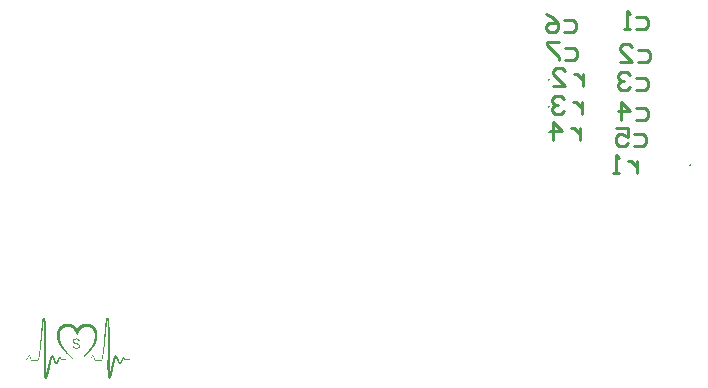
<source format=gbr>
%TF.GenerationSoftware,Altium Limited,Altium Designer,24.10.1 (45)*%
G04 Layer_Color=32896*
%FSLAX45Y45*%
%MOMM*%
%TF.SameCoordinates,5161A517-D4F4-47BB-AA9F-3B40E8EE5112*%
%TF.FilePolarity,Positive*%
%TF.FileFunction,Legend,Bot*%
%TF.Part,Single*%
G01*
G75*
%TA.AperFunction,NonConductor*%
%ADD59C,0.20000*%
%ADD60C,0.25400*%
G36*
X1369147Y3292583D02*
X1376317D01*
Y3291149D01*
X1383488D01*
Y3289715D01*
X1387790D01*
Y3288280D01*
X1392093D01*
Y3286846D01*
X1394961D01*
Y3285412D01*
X1397830D01*
Y3283978D01*
X1400698D01*
Y3282544D01*
X1403566D01*
Y3281110D01*
X1406434D01*
Y3279675D01*
X1409303D01*
Y3278241D01*
X1410737D01*
Y3276807D01*
X1413605D01*
Y3275373D01*
X1415039D01*
Y3273939D01*
X1416473D01*
Y3272505D01*
X1417908D01*
Y3271071D01*
X1420776D01*
Y3269637D01*
X1422210D01*
Y3268202D01*
X1423644D01*
Y3266768D01*
X1425078D01*
Y3265334D01*
X1426513D01*
Y3263900D01*
X1427947D01*
Y3261032D01*
X1429381D01*
Y3259597D01*
X1430815D01*
Y3258163D01*
X1432249D01*
Y3256729D01*
X1433683D01*
Y3253861D01*
X1435117D01*
Y3252427D01*
X1436552D01*
Y3249558D01*
X1437986D01*
Y3246690D01*
X1439420D01*
Y3243822D01*
X1440854D01*
Y3240953D01*
X1442288D01*
Y3238085D01*
X1443722D01*
Y3235217D01*
X1445156D01*
Y3230915D01*
X1446591D01*
Y3225178D01*
X1448025D01*
Y3219441D01*
X1449459D01*
Y3210836D01*
X1450893D01*
Y3177851D01*
X1449459D01*
Y3167812D01*
X1448025D01*
Y3160641D01*
X1446591D01*
Y3154905D01*
X1445156D01*
Y3149168D01*
X1443722D01*
Y3144865D01*
X1442288D01*
Y3140563D01*
X1440854D01*
Y3137695D01*
X1439420D01*
Y3133392D01*
X1437986D01*
Y3130524D01*
X1436552D01*
Y3126222D01*
X1435117D01*
Y3123353D01*
X1433683D01*
Y3120485D01*
X1432249D01*
Y3117617D01*
X1430815D01*
Y3116182D01*
X1429381D01*
Y3113314D01*
X1427947D01*
Y3110446D01*
X1426513D01*
Y3107577D01*
X1425078D01*
Y3106143D01*
X1423644D01*
Y3103275D01*
X1422210D01*
Y3101841D01*
X1420776D01*
Y3098973D01*
X1419342D01*
Y3097539D01*
X1417908D01*
Y3096104D01*
X1416473D01*
Y3093236D01*
X1415039D01*
Y3091802D01*
X1413605D01*
Y3090368D01*
X1412171D01*
Y3087500D01*
X1410737D01*
Y3086065D01*
X1409303D01*
Y3084631D01*
X1407869D01*
Y3081763D01*
X1406434D01*
Y3080329D01*
X1405000D01*
Y3078895D01*
X1403566D01*
Y3077460D01*
X1402132D01*
Y3074592D01*
X1400698D01*
Y3073158D01*
X1399264D01*
Y3071724D01*
X1397830D01*
Y3070290D01*
X1396395D01*
Y3068855D01*
X1394961D01*
Y3067421D01*
X1393527D01*
Y3064553D01*
X1392093D01*
Y3063119D01*
X1390659D01*
Y3061685D01*
X1389225D01*
Y3060251D01*
X1387790D01*
Y3058817D01*
X1386356D01*
Y3057382D01*
X1384922D01*
Y3055948D01*
X1383488D01*
Y3054514D01*
X1382054D01*
Y3053080D01*
X1380620D01*
Y3051646D01*
X1379185D01*
Y3050212D01*
X1377751D01*
Y3048777D01*
X1376317D01*
Y3047343D01*
X1374883D01*
Y3045909D01*
X1373449D01*
Y3044475D01*
X1372015D01*
Y3043041D01*
X1370581D01*
Y3041607D01*
X1369147D01*
Y3040172D01*
X1367712D01*
Y3038738D01*
X1366278D01*
Y3037304D01*
X1364844D01*
Y3035870D01*
X1363410D01*
Y3034436D01*
X1361976D01*
Y3033002D01*
X1360542D01*
Y3031568D01*
X1359108D01*
Y3030133D01*
X1357673D01*
Y3028699D01*
X1356239D01*
Y3027265D01*
X1354805D01*
Y3025831D01*
X1353371D01*
Y3024397D01*
X1351937D01*
Y3022963D01*
X1350503D01*
Y3021529D01*
X1347634D01*
Y3020095D01*
X1346200D01*
Y3018660D01*
X1344766D01*
Y3017226D01*
X1343332D01*
Y3015792D01*
X1341898D01*
Y3014358D01*
X1339029D01*
Y3012924D01*
X1337595D01*
Y3011490D01*
X1336161D01*
Y3010055D01*
X1334727D01*
Y3008621D01*
X1333293D01*
Y3007187D01*
X1330425D01*
Y3005753D01*
X1328990D01*
Y3004319D01*
X1327556D01*
Y3002885D01*
X1326122D01*
Y3001450D01*
X1323254D01*
Y3000016D01*
X1321820D01*
Y2998582D01*
X1320385D01*
Y2997148D01*
X1317517D01*
Y2995714D01*
X1316083D01*
Y2994280D01*
X1313215D01*
Y2995714D01*
X1314649D01*
Y2997148D01*
X1316083D01*
Y2998582D01*
X1317517D01*
Y3000016D01*
X1318951D01*
Y3001450D01*
X1320385D01*
Y3002885D01*
X1321820D01*
Y3004319D01*
X1323254D01*
Y3005753D01*
X1324688D01*
Y3007187D01*
X1326122D01*
Y3008621D01*
X1327556D01*
Y3010055D01*
X1328990D01*
Y3011490D01*
X1330425D01*
Y3012924D01*
X1331859D01*
Y3014358D01*
X1333293D01*
Y3015792D01*
X1334727D01*
Y3017226D01*
X1336161D01*
Y3018660D01*
X1337595D01*
Y3020095D01*
X1339029D01*
Y3022963D01*
X1340463D01*
Y3024397D01*
X1341898D01*
Y3025831D01*
X1343332D01*
Y3027265D01*
X1344766D01*
Y3028699D01*
X1346200D01*
Y3030133D01*
X1347634D01*
Y3031568D01*
X1349068D01*
Y3033002D01*
X1350503D01*
Y3034436D01*
X1351937D01*
Y3037304D01*
X1353371D01*
Y3038738D01*
X1354805D01*
Y3040172D01*
X1356239D01*
Y3041607D01*
X1357673D01*
Y3043041D01*
X1359108D01*
Y3045909D01*
X1360542D01*
Y3047343D01*
X1361976D01*
Y3048777D01*
X1363410D01*
Y3050212D01*
X1364844D01*
Y3053080D01*
X1367712D01*
Y3055948D01*
X1369147D01*
Y3057382D01*
X1370581D01*
Y3058817D01*
X1372015D01*
Y3061685D01*
X1373449D01*
Y3063119D01*
X1374883D01*
Y3064553D01*
X1376317D01*
Y3067421D01*
X1377751D01*
Y3068855D01*
X1379185D01*
Y3070290D01*
X1380620D01*
Y3073158D01*
X1382054D01*
Y3074592D01*
X1383488D01*
Y3076026D01*
X1384922D01*
Y3078895D01*
X1386356D01*
Y3080329D01*
X1387790D01*
Y3081763D01*
X1389225D01*
Y3084631D01*
X1390659D01*
Y3086065D01*
X1392093D01*
Y3088934D01*
X1393527D01*
Y3090368D01*
X1394961D01*
Y3093236D01*
X1396395D01*
Y3094670D01*
X1397830D01*
Y3097539D01*
X1399264D01*
Y3098973D01*
X1400698D01*
Y3101841D01*
X1402132D01*
Y3104709D01*
X1403566D01*
Y3106143D01*
X1405000D01*
Y3109012D01*
X1406434D01*
Y3111880D01*
X1407869D01*
Y3113314D01*
X1409303D01*
Y3116182D01*
X1410737D01*
Y3119051D01*
X1412171D01*
Y3121919D01*
X1413605D01*
Y3124788D01*
X1415039D01*
Y3129090D01*
X1416473D01*
Y3131958D01*
X1417908D01*
Y3136261D01*
X1419342D01*
Y3139129D01*
X1420776D01*
Y3144865D01*
X1422210D01*
Y3150602D01*
X1423644D01*
Y3156339D01*
X1425078D01*
Y3162075D01*
X1426513D01*
Y3170680D01*
X1427947D01*
Y3205100D01*
X1426513D01*
Y3210836D01*
X1425078D01*
Y3216573D01*
X1423644D01*
Y3220875D01*
X1422210D01*
Y3225178D01*
X1420776D01*
Y3228046D01*
X1419342D01*
Y3230915D01*
X1417908D01*
Y3233783D01*
X1416473D01*
Y3235217D01*
X1415039D01*
Y3238085D01*
X1413605D01*
Y3239519D01*
X1412171D01*
Y3240953D01*
X1410737D01*
Y3243822D01*
X1409303D01*
Y3245256D01*
X1407869D01*
Y3246690D01*
X1406434D01*
Y3248124D01*
X1405000D01*
Y3249558D01*
X1402132D01*
Y3250992D01*
X1400698D01*
Y3252427D01*
X1399264D01*
Y3253861D01*
X1397830D01*
Y3255295D01*
X1394961D01*
Y3256729D01*
X1392093D01*
Y3258163D01*
X1389225D01*
Y3259597D01*
X1386356D01*
Y3261032D01*
X1383488D01*
Y3262466D01*
X1377751D01*
Y3263900D01*
X1372015D01*
Y3265334D01*
X1346200D01*
Y3263900D01*
X1341898D01*
Y3262466D01*
X1337595D01*
Y3261032D01*
X1333293D01*
Y3259597D01*
X1330425D01*
Y3258163D01*
X1327556D01*
Y3256729D01*
X1324688D01*
Y3255295D01*
X1323254D01*
Y3253861D01*
X1320385D01*
Y3252427D01*
X1318951D01*
Y3250992D01*
X1316083D01*
Y3249558D01*
X1314649D01*
Y3248124D01*
X1313215D01*
Y3246690D01*
X1311780D01*
Y3245256D01*
X1310346D01*
Y3243822D01*
X1308912D01*
Y3242388D01*
X1307478D01*
Y3240953D01*
X1306044D01*
Y3238085D01*
X1304610D01*
Y3236651D01*
X1303176D01*
Y3235217D01*
X1301741D01*
Y3233783D01*
X1300307D01*
Y3230915D01*
X1298873D01*
Y3229480D01*
X1297439D01*
Y3228046D01*
X1296005D01*
Y3225178D01*
X1294571D01*
Y3223744D01*
X1293137D01*
Y3222310D01*
X1291703D01*
Y3219441D01*
X1290268D01*
Y3218007D01*
X1288834D01*
Y3215139D01*
X1287400D01*
Y3212270D01*
X1285966D01*
Y3210836D01*
X1284532D01*
Y3207968D01*
X1283098D01*
Y3205100D01*
X1281663D01*
Y3200797D01*
X1280229D01*
Y3196495D01*
X1278795D01*
Y3199363D01*
X1277361D01*
Y3203666D01*
X1275927D01*
Y3206534D01*
X1274493D01*
Y3209402D01*
X1273058D01*
Y3210836D01*
X1271624D01*
Y3213705D01*
X1270190D01*
Y3216573D01*
X1268756D01*
Y3218007D01*
X1267322D01*
Y3220875D01*
X1265888D01*
Y3222310D01*
X1264454D01*
Y3225178D01*
X1263019D01*
Y3226612D01*
X1261585D01*
Y3228046D01*
X1260151D01*
Y3230915D01*
X1258717D01*
Y3232349D01*
X1257283D01*
Y3233783D01*
X1255849D01*
Y3236651D01*
X1254415D01*
Y3238085D01*
X1252980D01*
Y3239519D01*
X1251546D01*
Y3240953D01*
X1250112D01*
Y3242388D01*
X1248678D01*
Y3243822D01*
X1247244D01*
Y3245256D01*
X1245810D01*
Y3246690D01*
X1244375D01*
Y3248124D01*
X1242941D01*
Y3249558D01*
X1241507D01*
Y3250992D01*
X1240073D01*
Y3252427D01*
X1237205D01*
Y3253861D01*
X1235771D01*
Y3255295D01*
X1232902D01*
Y3256729D01*
X1231468D01*
Y3258163D01*
X1228600D01*
Y3259597D01*
X1224297D01*
Y3261032D01*
X1221429D01*
Y3262466D01*
X1217127D01*
Y3263900D01*
X1211390D01*
Y3265334D01*
X1185575D01*
Y3263900D01*
X1179839D01*
Y3262466D01*
X1175536D01*
Y3261032D01*
X1172668D01*
Y3259597D01*
X1168365D01*
Y3258163D01*
X1165497D01*
Y3256729D01*
X1164063D01*
Y3255295D01*
X1161195D01*
Y3253861D01*
X1159761D01*
Y3252427D01*
X1156892D01*
Y3250992D01*
X1155458D01*
Y3249558D01*
X1154024D01*
Y3248124D01*
X1152590D01*
Y3246690D01*
X1151156D01*
Y3245256D01*
X1149722D01*
Y3243822D01*
X1148288D01*
Y3242388D01*
X1146853D01*
Y3240953D01*
X1145419D01*
Y3239519D01*
X1143985D01*
Y3236651D01*
X1142551D01*
Y3235217D01*
X1141117D01*
Y3232349D01*
X1139683D01*
Y3229480D01*
X1138248D01*
Y3226612D01*
X1136814D01*
Y3223744D01*
X1135380D01*
Y3219441D01*
X1133946D01*
Y3213705D01*
X1132512D01*
Y3207968D01*
X1131078D01*
Y3195061D01*
X1129643D01*
Y3182153D01*
X1131078D01*
Y3166378D01*
X1132512D01*
Y3159207D01*
X1133946D01*
Y3152036D01*
X1135380D01*
Y3147734D01*
X1136814D01*
Y3141997D01*
X1138248D01*
Y3137695D01*
X1139683D01*
Y3133392D01*
X1141117D01*
Y3130524D01*
X1142551D01*
Y3127656D01*
X1143985D01*
Y3123353D01*
X1145419D01*
Y3120485D01*
X1146853D01*
Y3117617D01*
X1148288D01*
Y3114748D01*
X1149722D01*
Y3113314D01*
X1151156D01*
Y3110446D01*
X1152590D01*
Y3107577D01*
X1154024D01*
Y3104709D01*
X1155458D01*
Y3103275D01*
X1156892D01*
Y3100407D01*
X1158327D01*
Y3098973D01*
X1159761D01*
Y3096104D01*
X1161195D01*
Y3093236D01*
X1162629D01*
Y3091802D01*
X1164063D01*
Y3090368D01*
X1165497D01*
Y3087500D01*
X1166931D01*
Y3084631D01*
X1168365D01*
Y3083197D01*
X1169800D01*
Y3081763D01*
X1171234D01*
Y3078895D01*
X1172668D01*
Y3077460D01*
X1174102D01*
Y3076026D01*
X1175536D01*
Y3073158D01*
X1176970D01*
Y3071724D01*
X1178405D01*
Y3070290D01*
X1179839D01*
Y3067421D01*
X1181273D01*
Y3065987D01*
X1182707D01*
Y3064553D01*
X1184141D01*
Y3061685D01*
X1185575D01*
Y3060251D01*
X1187010D01*
Y3058817D01*
X1188444D01*
Y3057382D01*
X1189878D01*
Y3054514D01*
X1191312D01*
Y3053080D01*
X1192746D01*
Y3051646D01*
X1194180D01*
Y3050212D01*
X1195614D01*
Y3047343D01*
X1197049D01*
Y3045909D01*
X1198483D01*
Y3044475D01*
X1199917D01*
Y3043041D01*
X1201351D01*
Y3041607D01*
X1202785D01*
Y3038738D01*
X1204219D01*
Y3037304D01*
X1205653D01*
Y3035870D01*
X1207088D01*
Y3034436D01*
X1208522D01*
Y3033002D01*
X1209956D01*
Y3031568D01*
X1211390D01*
Y3030133D01*
X1212824D01*
Y3028699D01*
X1214258D01*
Y3025831D01*
X1215693D01*
Y3024397D01*
X1217127D01*
Y3022963D01*
X1218561D01*
Y3021529D01*
X1219995D01*
Y3020095D01*
X1221429D01*
Y3018660D01*
X1222863D01*
Y3017226D01*
X1224297D01*
Y3015792D01*
X1225732D01*
Y3014358D01*
X1227166D01*
Y3012924D01*
X1228600D01*
Y3011490D01*
X1230034D01*
Y3010055D01*
X1231468D01*
Y3007187D01*
X1234336D01*
Y3004319D01*
X1235771D01*
Y3002885D01*
X1238639D01*
Y3000016D01*
X1241507D01*
Y2997148D01*
X1242941D01*
Y2995714D01*
X1245810D01*
Y2992846D01*
X1244375D01*
Y2994280D01*
X1241507D01*
Y2995714D01*
X1240073D01*
Y2997148D01*
X1237205D01*
Y2998582D01*
X1235771D01*
Y3000016D01*
X1234336D01*
Y3001450D01*
X1232902D01*
Y3002885D01*
X1231468D01*
Y3004319D01*
X1228600D01*
Y3005753D01*
X1227166D01*
Y3007187D01*
X1225732D01*
Y3008621D01*
X1222863D01*
Y3010055D01*
X1221429D01*
Y3011490D01*
X1219995D01*
Y3012924D01*
X1218561D01*
Y3014358D01*
X1217127D01*
Y3015792D01*
X1215693D01*
Y3017226D01*
X1212824D01*
Y3018660D01*
X1211390D01*
Y3020095D01*
X1209956D01*
Y3021529D01*
X1208522D01*
Y3022963D01*
X1207088D01*
Y3024397D01*
X1205653D01*
Y3025831D01*
X1204219D01*
Y3027265D01*
X1202785D01*
Y3028699D01*
X1201351D01*
Y3030133D01*
X1198483D01*
Y3031568D01*
X1197049D01*
Y3033002D01*
X1195614D01*
Y3034436D01*
X1194180D01*
Y3035870D01*
X1192746D01*
Y3037304D01*
X1191312D01*
Y3038738D01*
X1189878D01*
Y3040172D01*
X1188444D01*
Y3041607D01*
X1187010D01*
Y3043041D01*
X1185575D01*
Y3044475D01*
X1184141D01*
Y3045909D01*
X1182707D01*
Y3047343D01*
X1181273D01*
Y3048777D01*
X1179839D01*
Y3050212D01*
X1178405D01*
Y3051646D01*
X1176970D01*
Y3053080D01*
X1175536D01*
Y3054514D01*
X1174102D01*
Y3055948D01*
X1172668D01*
Y3057382D01*
X1171234D01*
Y3058817D01*
X1169800D01*
Y3061685D01*
X1168365D01*
Y3063119D01*
X1166931D01*
Y3064553D01*
X1165497D01*
Y3065987D01*
X1164063D01*
Y3067421D01*
X1162629D01*
Y3068855D01*
X1161195D01*
Y3070290D01*
X1159761D01*
Y3071724D01*
X1158327D01*
Y3074592D01*
X1156892D01*
Y3076026D01*
X1155458D01*
Y3077460D01*
X1154024D01*
Y3078895D01*
X1152590D01*
Y3080329D01*
X1151156D01*
Y3083197D01*
X1149722D01*
Y3084631D01*
X1148288D01*
Y3086065D01*
X1146853D01*
Y3088934D01*
X1145419D01*
Y3090368D01*
X1143985D01*
Y3091802D01*
X1142551D01*
Y3094670D01*
X1141117D01*
Y3096104D01*
X1139683D01*
Y3098973D01*
X1138248D01*
Y3100407D01*
X1136814D01*
Y3101841D01*
X1135380D01*
Y3104709D01*
X1133946D01*
Y3107577D01*
X1132512D01*
Y3109012D01*
X1131078D01*
Y3111880D01*
X1129643D01*
Y3113314D01*
X1128209D01*
Y3116182D01*
X1126775D01*
Y3119051D01*
X1125341D01*
Y3121919D01*
X1123907D01*
Y3124788D01*
X1122473D01*
Y3127656D01*
X1121039D01*
Y3131958D01*
X1119605D01*
Y3134826D01*
X1118170D01*
Y3139129D01*
X1116736D01*
Y3143431D01*
X1115302D01*
Y3147734D01*
X1113868D01*
Y3152036D01*
X1112434D01*
Y3157773D01*
X1111000D01*
Y3163510D01*
X1109565D01*
Y3170680D01*
X1108131D01*
Y3182153D01*
X1106697D01*
Y3206534D01*
X1108131D01*
Y3216573D01*
X1109565D01*
Y3223744D01*
X1111000D01*
Y3228046D01*
X1112434D01*
Y3232349D01*
X1113868D01*
Y3236651D01*
X1115302D01*
Y3239519D01*
X1116736D01*
Y3243822D01*
X1118170D01*
Y3245256D01*
X1119605D01*
Y3248124D01*
X1121039D01*
Y3250992D01*
X1122473D01*
Y3253861D01*
X1123907D01*
Y3255295D01*
X1125341D01*
Y3256729D01*
X1126775D01*
Y3259597D01*
X1128209D01*
Y3261032D01*
X1129643D01*
Y3262466D01*
X1131078D01*
Y3263900D01*
X1132512D01*
Y3265334D01*
X1133946D01*
Y3266768D01*
X1135380D01*
Y3268202D01*
X1136814D01*
Y3269637D01*
X1138248D01*
Y3271071D01*
X1139683D01*
Y3272505D01*
X1141117D01*
Y3273939D01*
X1142551D01*
Y3275373D01*
X1145419D01*
Y3276807D01*
X1146853D01*
Y3278241D01*
X1149722D01*
Y3279675D01*
X1151156D01*
Y3281110D01*
X1154024D01*
Y3282544D01*
X1156892D01*
Y3283978D01*
X1159761D01*
Y3285412D01*
X1162629D01*
Y3286846D01*
X1166931D01*
Y3288280D01*
X1171234D01*
Y3289715D01*
X1175536D01*
Y3291149D01*
X1181273D01*
Y3292583D01*
X1189878D01*
Y3294017D01*
X1211390D01*
Y3292583D01*
X1219995D01*
Y3291149D01*
X1225732D01*
Y3289715D01*
X1230034D01*
Y3288280D01*
X1234336D01*
Y3286846D01*
X1237205D01*
Y3285412D01*
X1240073D01*
Y3283978D01*
X1242941D01*
Y3282544D01*
X1245810D01*
Y3281110D01*
X1248678D01*
Y3279675D01*
X1251546D01*
Y3278241D01*
X1252980D01*
Y3276807D01*
X1255849D01*
Y3275373D01*
X1257283D01*
Y3273939D01*
X1258717D01*
Y3272505D01*
X1261585D01*
Y3271071D01*
X1263019D01*
Y3269637D01*
X1264454D01*
Y3268202D01*
X1265888D01*
Y3266768D01*
X1267322D01*
Y3265334D01*
X1268756D01*
Y3263900D01*
X1270190D01*
Y3262466D01*
X1271624D01*
Y3261032D01*
X1273058D01*
Y3259597D01*
X1274493D01*
Y3258163D01*
X1275927D01*
Y3255295D01*
X1277361D01*
Y3253861D01*
X1280229D01*
Y3255295D01*
X1281663D01*
Y3256729D01*
X1283098D01*
Y3259597D01*
X1284532D01*
Y3261032D01*
X1285966D01*
Y3262466D01*
X1287400D01*
Y3263900D01*
X1288834D01*
Y3265334D01*
X1290268D01*
Y3266768D01*
X1291703D01*
Y3268202D01*
X1294571D01*
Y3269637D01*
X1296005D01*
Y3271071D01*
X1297439D01*
Y3272505D01*
X1298873D01*
Y3273939D01*
X1300307D01*
Y3275373D01*
X1303176D01*
Y3276807D01*
X1304610D01*
Y3278241D01*
X1307478D01*
Y3279675D01*
X1308912D01*
Y3281110D01*
X1311780D01*
Y3282544D01*
X1314649D01*
Y3283978D01*
X1317517D01*
Y3285412D01*
X1320385D01*
Y3286846D01*
X1324688D01*
Y3288280D01*
X1328990D01*
Y3289715D01*
X1333293D01*
Y3291149D01*
X1339029D01*
Y3292583D01*
X1347634D01*
Y3294017D01*
X1369147D01*
Y3292583D01*
D02*
G37*
G36*
X1275927Y3166378D02*
X1283098D01*
Y3164944D01*
X1285966D01*
Y3163510D01*
X1288834D01*
Y3162075D01*
X1290268D01*
Y3160641D01*
X1293137D01*
Y3159207D01*
X1294571D01*
Y3156339D01*
X1296005D01*
Y3154905D01*
X1297439D01*
Y3153470D01*
X1298873D01*
Y3149168D01*
X1300307D01*
Y3143431D01*
X1290268D01*
Y3146300D01*
X1288834D01*
Y3150602D01*
X1287400D01*
Y3152036D01*
X1285966D01*
Y3154905D01*
X1283098D01*
Y3156339D01*
X1281663D01*
Y3157773D01*
X1277361D01*
Y3159207D01*
X1265888D01*
Y3157773D01*
X1261585D01*
Y3156339D01*
X1258717D01*
Y3154905D01*
X1257283D01*
Y3153470D01*
X1255849D01*
Y3152036D01*
X1254415D01*
Y3149168D01*
X1252980D01*
Y3140563D01*
X1254415D01*
Y3137695D01*
X1255849D01*
Y3136261D01*
X1257283D01*
Y3134826D01*
X1260151D01*
Y3133392D01*
X1263019D01*
Y3131958D01*
X1265888D01*
Y3130524D01*
X1270190D01*
Y3129090D01*
X1275927D01*
Y3127656D01*
X1280229D01*
Y3126222D01*
X1284532D01*
Y3124788D01*
X1287400D01*
Y3123353D01*
X1290268D01*
Y3121919D01*
X1293137D01*
Y3120485D01*
X1294571D01*
Y3119051D01*
X1296005D01*
Y3117617D01*
X1297439D01*
Y3116182D01*
X1298873D01*
Y3114748D01*
X1300307D01*
Y3110446D01*
X1301741D01*
Y3104709D01*
X1303176D01*
Y3101841D01*
X1301741D01*
Y3096104D01*
X1300307D01*
Y3093236D01*
X1298873D01*
Y3090368D01*
X1297439D01*
Y3088934D01*
X1296005D01*
Y3087500D01*
X1293137D01*
Y3086065D01*
X1291703D01*
Y3084631D01*
X1288834D01*
Y3083197D01*
X1285966D01*
Y3081763D01*
X1278795D01*
Y3080329D01*
X1265888D01*
Y3081763D01*
X1260151D01*
Y3083197D01*
X1255849D01*
Y3084631D01*
X1252980D01*
Y3086065D01*
X1250112D01*
Y3087500D01*
X1248678D01*
Y3088934D01*
X1247244D01*
Y3090368D01*
X1245810D01*
Y3091802D01*
X1244375D01*
Y3094670D01*
X1242941D01*
Y3097539D01*
X1241507D01*
Y3101841D01*
X1240073D01*
Y3104709D01*
X1251546D01*
Y3100407D01*
X1252980D01*
Y3097539D01*
X1254415D01*
Y3094670D01*
X1255849D01*
Y3093236D01*
X1258717D01*
Y3091802D01*
X1261585D01*
Y3090368D01*
X1264454D01*
Y3088934D01*
X1265888D01*
Y3090368D01*
X1267322D01*
Y3088934D01*
X1280229D01*
Y3090368D01*
X1283098D01*
Y3091802D01*
X1285966D01*
Y3093236D01*
X1287400D01*
Y3094670D01*
X1288834D01*
Y3096104D01*
X1290268D01*
Y3098973D01*
X1291703D01*
Y3107577D01*
X1290268D01*
Y3110446D01*
X1288834D01*
Y3111880D01*
X1287400D01*
Y3113314D01*
X1285966D01*
Y3114748D01*
X1283098D01*
Y3116182D01*
X1278795D01*
Y3117617D01*
X1274493D01*
Y3119051D01*
X1270190D01*
Y3120485D01*
X1265888D01*
Y3121919D01*
X1261585D01*
Y3123353D01*
X1257283D01*
Y3124788D01*
X1254415D01*
Y3126222D01*
X1251546D01*
Y3127656D01*
X1250112D01*
Y3129090D01*
X1248678D01*
Y3130524D01*
X1247244D01*
Y3131958D01*
X1245810D01*
Y3133392D01*
X1244375D01*
Y3136261D01*
X1242941D01*
Y3152036D01*
X1244375D01*
Y3154905D01*
X1245810D01*
Y3156339D01*
X1247244D01*
Y3159207D01*
X1250112D01*
Y3160641D01*
X1251546D01*
Y3162075D01*
X1252980D01*
Y3163510D01*
X1255849D01*
Y3164944D01*
X1258717D01*
Y3166378D01*
X1267322D01*
Y3167812D01*
X1275927D01*
Y3166378D01*
D02*
G37*
G36*
X1313215Y2992846D02*
X1311780D01*
Y2994280D01*
X1313215D01*
Y2992846D01*
D02*
G37*
G36*
X1546981Y3334173D02*
X1548415D01*
Y3321266D01*
X1549849D01*
Y3298320D01*
X1551283D01*
Y3262466D01*
X1552718D01*
Y3180719D01*
X1554152D01*
Y3012924D01*
X1555586D01*
Y2903928D01*
X1557020D01*
Y2883850D01*
X1558454D01*
Y2888153D01*
X1559888D01*
Y2895323D01*
X1561323D01*
Y2901060D01*
X1562757D01*
Y2908231D01*
X1564191D01*
Y2912533D01*
X1565625D01*
Y2918270D01*
X1567059D01*
Y2924006D01*
X1568493D01*
Y2931177D01*
X1569928D01*
Y2936914D01*
X1571362D01*
Y2944085D01*
X1572796D01*
Y2949821D01*
X1574230D01*
Y2955558D01*
X1575664D01*
Y2961294D01*
X1577098D01*
Y2967031D01*
X1578532D01*
Y2972767D01*
X1579967D01*
Y2978504D01*
X1581401D01*
Y2982807D01*
X1582835D01*
Y2988543D01*
X1584269D01*
Y2992846D01*
X1585703D01*
Y2998582D01*
X1587137D01*
Y3001450D01*
X1588571D01*
Y3007187D01*
X1590005D01*
Y3010055D01*
X1591440D01*
Y3012924D01*
X1592874D01*
Y3015792D01*
X1594308D01*
Y3018660D01*
X1595742D01*
Y3020095D01*
X1597176D01*
Y3021529D01*
X1598610D01*
Y3022963D01*
X1601479D01*
Y3024397D01*
X1610084D01*
Y3022963D01*
X1612952D01*
Y3021529D01*
X1614386D01*
Y3020095D01*
X1615820D01*
Y3018660D01*
X1617254D01*
Y3017226D01*
X1618689D01*
Y3015792D01*
X1620123D01*
Y3012924D01*
X1621557D01*
Y3010055D01*
X1622991D01*
Y3007187D01*
X1624425D01*
Y3004319D01*
X1625859D01*
Y3000016D01*
X1627293D01*
Y2995714D01*
X1628728D01*
Y2992846D01*
X1630162D01*
Y2988543D01*
X1631596D01*
Y2984241D01*
X1633030D01*
Y2979938D01*
X1634464D01*
Y2975636D01*
X1635898D01*
Y2971333D01*
X1637333D01*
Y2968465D01*
X1638767D01*
Y2965597D01*
X1640201D01*
Y2964163D01*
X1643069D01*
Y2967031D01*
X1644503D01*
Y2969899D01*
X1645937D01*
Y2972767D01*
X1647372D01*
Y2975636D01*
X1648806D01*
Y2978504D01*
X1650240D01*
Y2982807D01*
X1651674D01*
Y2985675D01*
X1653108D01*
Y2988543D01*
X1654542D01*
Y2992846D01*
X1655976D01*
Y2995714D01*
X1657411D01*
Y2998582D01*
X1658845D01*
Y3001450D01*
X1660279D01*
Y3002885D01*
X1661713D01*
Y3004319D01*
X1663147D01*
Y3005753D01*
X1664581D01*
Y3007187D01*
X1666015D01*
Y3008621D01*
X1676055D01*
Y3007187D01*
X1678923D01*
Y3005753D01*
X1680357D01*
Y3002885D01*
X1681791D01*
Y3000016D01*
X1683225D01*
Y2995714D01*
X1684659D01*
Y2992846D01*
X1686094D01*
Y2991412D01*
X1687528D01*
Y2989977D01*
X1721947D01*
Y2988543D01*
X1772143D01*
Y2987109D01*
X1789352D01*
Y2984241D01*
X1754933D01*
Y2982807D01*
X1714777D01*
Y2981372D01*
X1684659D01*
Y2982807D01*
X1681791D01*
Y2984241D01*
X1678923D01*
Y2987109D01*
X1677489D01*
Y2988543D01*
X1676055D01*
Y2991412D01*
X1674620D01*
Y2994280D01*
X1673186D01*
Y2997148D01*
X1670318D01*
Y2995714D01*
X1668884D01*
Y2992846D01*
X1667450D01*
Y2989977D01*
X1666015D01*
Y2987109D01*
X1664581D01*
Y2982807D01*
X1663147D01*
Y2978504D01*
X1661713D01*
Y2974202D01*
X1660279D01*
Y2971333D01*
X1658845D01*
Y2967031D01*
X1657411D01*
Y2964163D01*
X1655976D01*
Y2961294D01*
X1654542D01*
Y2958426D01*
X1653108D01*
Y2955558D01*
X1651674D01*
Y2954124D01*
X1650240D01*
Y2952690D01*
X1648806D01*
Y2951255D01*
X1647372D01*
Y2949821D01*
X1644503D01*
Y2948387D01*
X1637333D01*
Y2949821D01*
X1634464D01*
Y2951255D01*
X1633030D01*
Y2952690D01*
X1631596D01*
Y2954124D01*
X1630162D01*
Y2955558D01*
X1628728D01*
Y2956992D01*
X1627293D01*
Y2959860D01*
X1625859D01*
Y2962728D01*
X1624425D01*
Y2965597D01*
X1622991D01*
Y2969899D01*
X1621557D01*
Y2972767D01*
X1620123D01*
Y2975636D01*
X1618689D01*
Y2979938D01*
X1617254D01*
Y2984241D01*
X1615820D01*
Y2987109D01*
X1614386D01*
Y2991412D01*
X1612952D01*
Y2994280D01*
X1611518D01*
Y2997148D01*
X1610084D01*
Y3001450D01*
X1608650D01*
Y3002885D01*
X1607215D01*
Y3004319D01*
X1605781D01*
Y3001450D01*
X1604347D01*
Y2995714D01*
X1602913D01*
Y2991412D01*
X1601479D01*
Y2984241D01*
X1600045D01*
Y2979938D01*
X1598610D01*
Y2974202D01*
X1597176D01*
Y2968465D01*
X1595742D01*
Y2961294D01*
X1594308D01*
Y2955558D01*
X1592874D01*
Y2948387D01*
X1591440D01*
Y2942650D01*
X1590005D01*
Y2935480D01*
X1588571D01*
Y2929743D01*
X1587137D01*
Y2922572D01*
X1585703D01*
Y2915402D01*
X1584269D01*
Y2906797D01*
X1582835D01*
Y2901060D01*
X1581401D01*
Y2895323D01*
X1579967D01*
Y2888153D01*
X1578532D01*
Y2882416D01*
X1577098D01*
Y2876680D01*
X1575664D01*
Y2869509D01*
X1574230D01*
Y2863772D01*
X1572796D01*
Y2858035D01*
X1571362D01*
Y2853733D01*
X1569928D01*
Y2849431D01*
X1568493D01*
Y2845128D01*
X1567059D01*
Y2840826D01*
X1565625D01*
Y2837957D01*
X1564191D01*
Y2835089D01*
X1562757D01*
Y2832221D01*
X1561323D01*
Y2830787D01*
X1559888D01*
Y2829352D01*
X1558454D01*
Y2827918D01*
X1554152D01*
Y2826484D01*
X1548415D01*
Y2827918D01*
X1545547D01*
Y2829352D01*
X1544113D01*
Y2830787D01*
X1542679D01*
Y2832221D01*
X1541245D01*
Y2835089D01*
X1539810D01*
Y2842260D01*
X1538376D01*
Y2852299D01*
X1536942D01*
Y2898192D01*
X1535508D01*
Y2942650D01*
Y2944085D01*
Y2984241D01*
X1536942D01*
Y3141997D01*
X1538376D01*
Y3262466D01*
X1536942D01*
Y3315529D01*
X1535508D01*
Y3319832D01*
X1534074D01*
Y3312661D01*
X1532640D01*
Y3302622D01*
X1531205D01*
Y3292583D01*
X1529771D01*
Y3279675D01*
X1528337D01*
Y3268202D01*
X1526903D01*
Y3253861D01*
X1525469D01*
Y3240953D01*
X1524035D01*
Y3225178D01*
X1522600D01*
Y3209402D01*
X1521166D01*
Y3195061D01*
X1519732D01*
Y3182153D01*
X1518298D01*
Y3166378D01*
X1516864D01*
Y3152036D01*
X1515430D01*
Y3136261D01*
X1513996D01*
Y3121919D01*
X1512561D01*
Y3110446D01*
X1511127D01*
Y3097539D01*
X1509693D01*
Y3084631D01*
X1508259D01*
Y3073158D01*
X1506825D01*
Y3061685D01*
X1505391D01*
Y3050212D01*
X1503957D01*
Y3041607D01*
X1502523D01*
Y3033002D01*
X1501088D01*
Y3024397D01*
X1499654D01*
Y3015792D01*
X1498220D01*
Y3008621D01*
X1496786D01*
Y3002885D01*
X1495352D01*
Y2997148D01*
X1493918D01*
Y2992846D01*
X1492483D01*
Y2988543D01*
X1491049D01*
Y2984241D01*
X1489615D01*
Y2981372D01*
X1488181D01*
Y2979938D01*
X1486747D01*
Y2978504D01*
X1485313D01*
Y2977070D01*
X1483878D01*
Y2975636D01*
X1436552D01*
Y2977070D01*
X1432249D01*
Y2978504D01*
X1430815D01*
Y2979938D01*
X1429381D01*
Y2981372D01*
X1427947D01*
Y2982807D01*
X1426513D01*
Y2985675D01*
X1425078D01*
Y2988543D01*
X1423644D01*
Y2991412D01*
X1422210D01*
Y2995714D01*
X1420776D01*
Y3000016D01*
X1419342D01*
Y3004319D01*
X1417908D01*
Y3010055D01*
X1416473D01*
Y3014358D01*
X1415039D01*
Y3017226D01*
X1413605D01*
Y3020095D01*
X1409303D01*
Y3018660D01*
X1407869D01*
Y3015792D01*
X1406434D01*
Y3012924D01*
X1405000D01*
Y3010055D01*
X1403566D01*
Y3007187D01*
X1402132D01*
Y3002885D01*
X1400698D01*
Y3001450D01*
X1399264D01*
Y2998582D01*
X1397830D01*
Y2995714D01*
X1396395D01*
Y2994280D01*
X1394961D01*
Y2992846D01*
X1393527D01*
Y2991412D01*
X1392093D01*
Y2989977D01*
X1390659D01*
Y2988543D01*
X1387790D01*
Y2987109D01*
X1384922D01*
Y2985675D01*
X1382054D01*
Y2984241D01*
X1304610D01*
Y2987109D01*
X1307478D01*
Y2985675D01*
X1308912D01*
Y2987109D01*
X1374883D01*
Y2988543D01*
X1383488D01*
Y2989977D01*
X1386356D01*
Y2991412D01*
X1387790D01*
Y2992846D01*
X1389225D01*
Y2994280D01*
X1390659D01*
Y2995714D01*
X1392093D01*
Y2997148D01*
X1393527D01*
Y3000016D01*
X1394961D01*
Y3001450D01*
X1396395D01*
Y3004319D01*
X1397830D01*
Y3007187D01*
X1399264D01*
Y3011490D01*
X1400698D01*
Y3014358D01*
X1402132D01*
Y3017226D01*
X1403566D01*
Y3020095D01*
X1405000D01*
Y3022963D01*
X1406434D01*
Y3024397D01*
X1409303D01*
Y3025831D01*
X1413605D01*
Y3024397D01*
X1415039D01*
Y3022963D01*
X1416473D01*
Y3021529D01*
X1417908D01*
Y3020095D01*
X1419342D01*
Y3015792D01*
X1420776D01*
Y3011490D01*
X1422210D01*
Y3007187D01*
X1423644D01*
Y3002885D01*
X1425078D01*
Y2998582D01*
X1426513D01*
Y2995714D01*
X1427947D01*
Y2991412D01*
X1429381D01*
Y2988543D01*
X1430815D01*
Y2987109D01*
X1432249D01*
Y2984241D01*
X1433683D01*
Y2982807D01*
X1436552D01*
Y2981372D01*
X1481010D01*
Y2982807D01*
X1482444D01*
Y2985675D01*
X1483878D01*
Y2988543D01*
X1485313D01*
Y2992846D01*
X1486747D01*
Y2997148D01*
X1488181D01*
Y3002885D01*
X1489615D01*
Y3010055D01*
X1491049D01*
Y3017226D01*
X1492483D01*
Y3025831D01*
X1493918D01*
Y3037304D01*
X1495352D01*
Y3045909D01*
X1496786D01*
Y3057382D01*
X1498220D01*
Y3070290D01*
X1499654D01*
Y3086065D01*
X1501088D01*
Y3098973D01*
X1502523D01*
Y3117617D01*
X1503957D01*
Y3131958D01*
X1505391D01*
Y3149168D01*
X1506825D01*
Y3164944D01*
X1508259D01*
Y3185022D01*
X1509693D01*
Y3202232D01*
X1511127D01*
Y3220875D01*
X1512561D01*
Y3238085D01*
X1513996D01*
Y3252427D01*
X1515430D01*
Y3268202D01*
X1516864D01*
Y3285412D01*
X1518298D01*
Y3296885D01*
X1519732D01*
Y3311227D01*
X1521166D01*
Y3319832D01*
X1522600D01*
Y3328437D01*
X1524035D01*
Y3335608D01*
X1525469D01*
Y3339910D01*
X1546981D01*
Y3334173D01*
D02*
G37*
G36*
X1009175Y3328437D02*
X1010609D01*
Y3312661D01*
X1012043D01*
Y3285412D01*
X1013477D01*
Y3242388D01*
X1014912D01*
Y3143431D01*
X1016346D01*
Y2967031D01*
X1017780D01*
Y2886719D01*
X1019214D01*
Y2885284D01*
X1020648D01*
Y2891021D01*
X1022082D01*
Y2896757D01*
X1023516D01*
Y2903928D01*
X1024951D01*
Y2908231D01*
X1026385D01*
Y2915402D01*
X1027819D01*
Y2921138D01*
X1029253D01*
Y2928309D01*
X1030687D01*
Y2934045D01*
X1032121D01*
Y2939782D01*
X1033555D01*
Y2945519D01*
X1034990D01*
Y2951255D01*
X1036424D01*
Y2956992D01*
X1037858D01*
Y2964163D01*
X1039292D01*
Y2968465D01*
X1040726D01*
Y2975636D01*
X1042160D01*
Y2979938D01*
X1043595D01*
Y2985675D01*
X1045029D01*
Y2989977D01*
X1046463D01*
Y2995714D01*
X1047897D01*
Y3000016D01*
X1049331D01*
Y3004319D01*
X1050765D01*
Y3007187D01*
X1052199D01*
Y3011490D01*
X1053634D01*
Y3014358D01*
X1055068D01*
Y3017226D01*
X1056502D01*
Y3018660D01*
X1057936D01*
Y3020095D01*
X1059370D01*
Y3021529D01*
X1060804D01*
Y3022963D01*
X1062238D01*
Y3024397D01*
X1070843D01*
Y3022963D01*
X1073712D01*
Y3021529D01*
X1076580D01*
Y3020095D01*
X1078014D01*
Y3018660D01*
X1079448D01*
Y3015792D01*
X1080883D01*
Y3014358D01*
X1082317D01*
Y3011490D01*
X1083751D01*
Y3008621D01*
X1085185D01*
Y3005753D01*
X1086619D01*
Y3002885D01*
X1088053D01*
Y2998582D01*
X1089487D01*
Y2994280D01*
X1090921D01*
Y2991412D01*
X1092356D01*
Y2987109D01*
X1093790D01*
Y2982807D01*
X1095224D01*
Y2978504D01*
X1096658D01*
Y2974202D01*
X1098092D01*
Y2969899D01*
X1099526D01*
Y2967031D01*
X1100960D01*
Y2964163D01*
X1103829D01*
Y2965597D01*
X1105263D01*
Y2968465D01*
X1106697D01*
Y2969899D01*
X1108131D01*
Y2974202D01*
X1109565D01*
Y2977070D01*
X1111000D01*
Y2981372D01*
X1112434D01*
Y2984241D01*
X1113868D01*
Y2987109D01*
X1115302D01*
Y2991412D01*
X1116736D01*
Y2994280D01*
X1118170D01*
Y2997148D01*
X1119605D01*
Y3000016D01*
X1121039D01*
Y3001450D01*
X1122473D01*
Y3004319D01*
X1123907D01*
Y3005753D01*
X1125341D01*
Y3007187D01*
X1128209D01*
Y3008621D01*
X1138248D01*
Y3007187D01*
X1139683D01*
Y3005753D01*
X1141117D01*
Y3004319D01*
X1142551D01*
Y3001450D01*
X1143985D01*
Y2998582D01*
X1145419D01*
Y2994280D01*
X1146853D01*
Y2991412D01*
X1149722D01*
Y2989977D01*
X1185575D01*
Y2988543D01*
X1234336D01*
Y2987109D01*
X1252980D01*
Y2984241D01*
X1215693D01*
Y2982807D01*
X1175536D01*
Y2981372D01*
X1145419D01*
Y2982807D01*
X1142551D01*
Y2984241D01*
X1141117D01*
Y2985675D01*
X1139683D01*
Y2987109D01*
X1138248D01*
Y2989977D01*
X1136814D01*
Y2992846D01*
X1135380D01*
Y2997148D01*
X1131078D01*
Y2994280D01*
X1129643D01*
Y2991412D01*
X1128209D01*
Y2988543D01*
X1126775D01*
Y2984241D01*
X1125341D01*
Y2979938D01*
X1123907D01*
Y2977070D01*
X1122473D01*
Y2971333D01*
X1121039D01*
Y2968465D01*
X1119605D01*
Y2965597D01*
X1118170D01*
Y2962728D01*
X1116736D01*
Y2959860D01*
X1115302D01*
Y2956992D01*
X1113868D01*
Y2955558D01*
X1112434D01*
Y2954124D01*
X1111000D01*
Y2951255D01*
X1108131D01*
Y2949821D01*
X1105263D01*
Y2948387D01*
X1099526D01*
Y2949821D01*
X1096658D01*
Y2951255D01*
X1093790D01*
Y2952690D01*
X1092356D01*
Y2954124D01*
X1090921D01*
Y2956992D01*
X1089487D01*
Y2958426D01*
X1088053D01*
Y2961294D01*
X1086619D01*
Y2964163D01*
X1085185D01*
Y2967031D01*
X1083751D01*
Y2971333D01*
X1082317D01*
Y2975636D01*
X1080883D01*
Y2978504D01*
X1079448D01*
Y2982807D01*
X1078014D01*
Y2987109D01*
X1076580D01*
Y2989977D01*
X1075146D01*
Y2992846D01*
X1073712D01*
Y2995714D01*
X1072278D01*
Y3000016D01*
X1070843D01*
Y3002885D01*
X1069409D01*
Y3004319D01*
X1067975D01*
Y3001450D01*
X1066541D01*
Y2998582D01*
X1065107D01*
Y2992846D01*
X1063673D01*
Y2988543D01*
X1062238D01*
Y2982807D01*
X1060804D01*
Y2977070D01*
X1059370D01*
Y2969899D01*
X1057936D01*
Y2964163D01*
X1056502D01*
Y2958426D01*
X1055068D01*
Y2952690D01*
X1053634D01*
Y2945519D01*
X1052199D01*
Y2938348D01*
X1050765D01*
Y2931177D01*
X1049331D01*
Y2925441D01*
X1047897D01*
Y2918270D01*
X1046463D01*
Y2911099D01*
X1045029D01*
Y2903928D01*
X1043595D01*
Y2896757D01*
X1042160D01*
Y2889587D01*
X1040726D01*
Y2885284D01*
X1039292D01*
Y2878114D01*
X1037858D01*
Y2872377D01*
X1036424D01*
Y2866640D01*
X1034990D01*
Y2860904D01*
X1033555D01*
Y2855167D01*
X1032121D01*
Y2850865D01*
X1030687D01*
Y2846562D01*
X1029253D01*
Y2842260D01*
X1027819D01*
Y2839392D01*
X1026385D01*
Y2835089D01*
X1024951D01*
Y2833655D01*
X1023516D01*
Y2832221D01*
X1022082D01*
Y2830787D01*
X1020648D01*
Y2829352D01*
X1019214D01*
Y2827918D01*
X1016346D01*
Y2826484D01*
X1009175D01*
Y2827918D01*
X1006307D01*
Y2829352D01*
X1004873D01*
Y2830787D01*
X1003438D01*
Y2833655D01*
X1002004D01*
Y2839392D01*
X1000570D01*
Y2849431D01*
X999136D01*
Y2872377D01*
X997702D01*
Y3035870D01*
X999136D01*
Y3179285D01*
X1000570D01*
Y3236651D01*
X999136D01*
Y3305490D01*
X997702D01*
Y3319832D01*
X996268D01*
Y3316963D01*
X994833D01*
Y3308359D01*
X993399D01*
Y3296885D01*
X991965D01*
Y3283978D01*
X990531D01*
Y3272505D01*
X989097D01*
Y3261032D01*
X987663D01*
Y3245256D01*
X986229D01*
Y3230915D01*
X984794D01*
Y3216573D01*
X983360D01*
Y3199363D01*
X981926D01*
Y3186456D01*
X980492D01*
Y3172114D01*
X979058D01*
Y3157773D01*
X977624D01*
Y3141997D01*
X976190D01*
Y3129090D01*
X974755D01*
Y3114748D01*
X973321D01*
Y3101841D01*
X971887D01*
Y3088934D01*
X970453D01*
Y3078895D01*
X969019D01*
Y3065987D01*
X967585D01*
Y3055948D01*
X966150D01*
Y3044475D01*
X964716D01*
Y3034436D01*
X963282D01*
Y3027265D01*
X961848D01*
Y3018660D01*
X960414D01*
Y3011490D01*
X958980D01*
Y3005753D01*
X957545D01*
Y2998582D01*
X956111D01*
Y2994280D01*
X954677D01*
Y2989977D01*
X953243D01*
Y2985675D01*
X951809D01*
Y2982807D01*
X950375D01*
Y2979938D01*
X948941D01*
Y2978504D01*
X947507D01*
Y2977070D01*
X946072D01*
Y2975636D01*
X897311D01*
Y2977070D01*
X894443D01*
Y2978504D01*
X893009D01*
Y2979938D01*
X891575D01*
Y2981372D01*
X890140D01*
Y2982807D01*
X888706D01*
Y2984241D01*
X887272D01*
Y2987109D01*
X885838D01*
Y2989977D01*
X884404D01*
Y2992846D01*
X882970D01*
Y2997148D01*
X881536D01*
Y3002885D01*
X880101D01*
Y3008621D01*
X878667D01*
Y3012924D01*
X877233D01*
Y3015792D01*
X875799D01*
Y3018660D01*
X874365D01*
Y3020095D01*
X871497D01*
Y3018660D01*
X870063D01*
Y3017226D01*
X868628D01*
Y3014358D01*
X867194D01*
Y3011490D01*
X865760D01*
Y3008621D01*
X864326D01*
Y3004319D01*
X862892D01*
Y3001450D01*
X861458D01*
Y3000016D01*
X860023D01*
Y2997148D01*
X858589D01*
Y2995714D01*
X857155D01*
Y2992846D01*
X855721D01*
Y2991412D01*
X852853D01*
Y2989977D01*
X851418D01*
Y2988543D01*
X849984D01*
Y2987109D01*
X847116D01*
Y2985675D01*
X842814D01*
Y2984241D01*
X768238D01*
Y2985675D01*
X769672D01*
Y2987109D01*
X835643D01*
Y2988543D01*
X844248D01*
Y2989977D01*
X847116D01*
Y2991412D01*
X849984D01*
Y2992846D01*
X851418D01*
Y2994280D01*
X852853D01*
Y2995714D01*
X854287D01*
Y2998582D01*
X855721D01*
Y3000016D01*
X857155D01*
Y3002885D01*
X858589D01*
Y3005753D01*
X860023D01*
Y3008621D01*
X861458D01*
Y3011490D01*
X862892D01*
Y3015792D01*
X864326D01*
Y3018660D01*
X865760D01*
Y3021529D01*
X867194D01*
Y3022963D01*
X868628D01*
Y3024397D01*
X871497D01*
Y3025831D01*
X874365D01*
Y3024397D01*
X877233D01*
Y3022963D01*
X878667D01*
Y3021529D01*
X880101D01*
Y3018660D01*
X881536D01*
Y3014358D01*
X882970D01*
Y3010055D01*
X884404D01*
Y3007187D01*
X885838D01*
Y3001450D01*
X887272D01*
Y2997148D01*
X888706D01*
Y2992846D01*
X890140D01*
Y2989977D01*
X891575D01*
Y2987109D01*
X893009D01*
Y2985675D01*
X894443D01*
Y2984241D01*
X895877D01*
Y2982807D01*
X898745D01*
Y2981372D01*
X941770D01*
Y2982807D01*
X943204D01*
Y2984241D01*
X944638D01*
Y2987109D01*
X946072D01*
Y2989977D01*
X947507D01*
Y2994280D01*
X948941D01*
Y2998582D01*
X950375D01*
Y3005753D01*
X951809D01*
Y3012924D01*
X953243D01*
Y3020095D01*
X954677D01*
Y3028699D01*
X956111D01*
Y3038738D01*
X957545D01*
Y3050212D01*
X958980D01*
Y3063119D01*
X960414D01*
Y3077460D01*
X961848D01*
Y3090368D01*
X963282D01*
Y3103275D01*
X964716D01*
Y3121919D01*
X966150D01*
Y3137695D01*
X967585D01*
Y3156339D01*
X969019D01*
Y3174983D01*
X970453D01*
Y3190758D01*
X971887D01*
Y3207968D01*
X973321D01*
Y3225178D01*
X974755D01*
Y3242388D01*
X976190D01*
Y3259597D01*
X977624D01*
Y3276807D01*
X979058D01*
Y3289715D01*
X980492D01*
Y3302622D01*
X981926D01*
Y3312661D01*
X983360D01*
Y3324134D01*
X984794D01*
Y3331305D01*
X986229D01*
Y3339910D01*
X1009175D01*
Y3328437D01*
D02*
G37*
D59*
X6468600Y4635500D02*
G03*
X6468600Y4635500I-5000J0D01*
G01*
X5274800Y4914900D02*
G03*
X5274800Y4914900I-5000J0D01*
G01*
Y5130800D02*
G03*
X5274800Y5130800I-5000J0D01*
G01*
Y5359400D02*
G03*
X5274800Y5359400I-5000J0D01*
G01*
D60*
X5537159Y4952992D02*
Y4851425D01*
Y4902208D01*
X5511767Y4927600D01*
X5486375Y4952992D01*
X5460983D01*
X5308633Y4851425D02*
Y5003775D01*
X5384808Y4927600D01*
X5283241D01*
X5549859Y5168892D02*
Y5067325D01*
Y5118108D01*
X5524467Y5143500D01*
X5499075Y5168892D01*
X5473683D01*
X5397508Y5194283D02*
X5372116Y5219675D01*
X5321333D01*
X5295941Y5194283D01*
Y5168892D01*
X5321333Y5143500D01*
X5346725D01*
X5321333D01*
X5295941Y5118108D01*
Y5092717D01*
X5321333Y5067325D01*
X5372116D01*
X5397508Y5092717D01*
X5562559Y5410192D02*
Y5308625D01*
Y5359408D01*
X5537167Y5384800D01*
X5511775Y5410192D01*
X5486383D01*
X5308641Y5308625D02*
X5410208D01*
X5308641Y5410192D01*
Y5435583D01*
X5334033Y5460975D01*
X5384816D01*
X5410208Y5435583D01*
X6019767Y4673592D02*
Y4572025D01*
Y4622808D01*
X5994375Y4648200D01*
X5968983Y4673592D01*
X5943592D01*
X5867416Y4572025D02*
X5816633D01*
X5842024D01*
Y4724375D01*
X5867416Y4698983D01*
X5406392Y5626092D02*
X5482567D01*
X5507959Y5600700D01*
Y5549917D01*
X5482567Y5524525D01*
X5406392D01*
X5355608Y5676875D02*
X5254041D01*
Y5651483D01*
X5355608Y5549917D01*
Y5524525D01*
X5397492Y5867392D02*
X5473667D01*
X5499059Y5842000D01*
Y5791217D01*
X5473667Y5765825D01*
X5397492D01*
X5245141Y5918175D02*
X5295925Y5892783D01*
X5346708Y5842000D01*
Y5791217D01*
X5321316Y5765825D01*
X5270533D01*
X5245141Y5791217D01*
Y5816608D01*
X5270533Y5842000D01*
X5346708D01*
X5994392Y4902192D02*
X6070567D01*
X6095959Y4876800D01*
Y4826017D01*
X6070567Y4800625D01*
X5994392D01*
X5842041Y4952975D02*
X5943608D01*
Y4876800D01*
X5892825Y4902192D01*
X5867433D01*
X5842041Y4876800D01*
Y4826017D01*
X5867433Y4800625D01*
X5918216D01*
X5943608Y4826017D01*
X6007092Y5118092D02*
X6083267D01*
X6108659Y5092700D01*
Y5041917D01*
X6083267Y5016525D01*
X6007092D01*
X5880133D02*
Y5168875D01*
X5956308Y5092700D01*
X5854741D01*
X6007092Y5372092D02*
X6083267D01*
X6108659Y5346700D01*
Y5295917D01*
X6083267Y5270525D01*
X6007092D01*
X5956308Y5397483D02*
X5930916Y5422875D01*
X5880133D01*
X5854741Y5397483D01*
Y5372092D01*
X5880133Y5346700D01*
X5905525D01*
X5880133D01*
X5854741Y5321308D01*
Y5295917D01*
X5880133Y5270525D01*
X5930916D01*
X5956308Y5295917D01*
X6028692Y5613392D02*
X6104867D01*
X6130259Y5588000D01*
Y5537217D01*
X6104867Y5511825D01*
X6028692D01*
X5876341D02*
X5977908D01*
X5876341Y5613392D01*
Y5638783D01*
X5901733Y5664175D01*
X5952516D01*
X5977908Y5638783D01*
X6007100Y5892792D02*
X6083275D01*
X6108667Y5867400D01*
Y5816617D01*
X6083275Y5791225D01*
X6007100D01*
X5956316D02*
X5905533D01*
X5930924D01*
Y5943575D01*
X5956316Y5918183D01*
%TF.MD5,ee68e29b88d1712016f491a343a5fb3b*%
M02*

</source>
